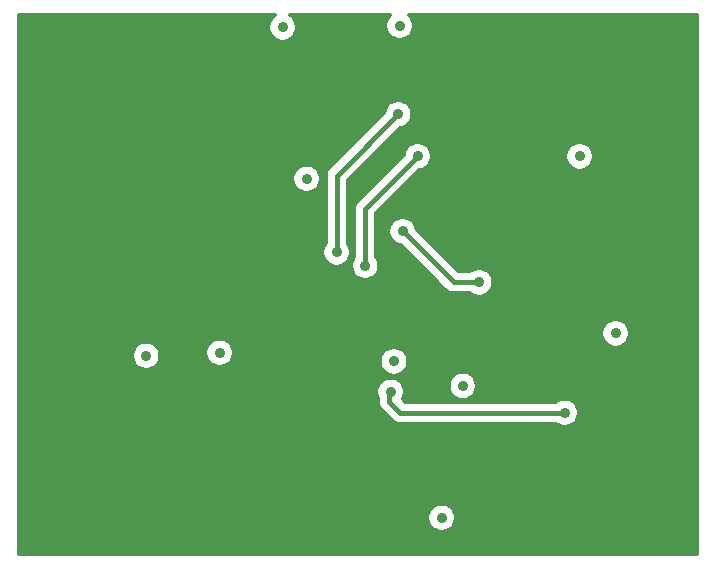
<source format=gbr>
G04 #@! TF.GenerationSoftware,KiCad,Pcbnew,(5.1.2)-2*
G04 #@! TF.CreationDate,2019-08-20T18:16:31+03:00*
G04 #@! TF.ProjectId,atmega328,61746d65-6761-4333-9238-2e6b69636164,rev?*
G04 #@! TF.SameCoordinates,Original*
G04 #@! TF.FileFunction,Copper,L4,Bot*
G04 #@! TF.FilePolarity,Positive*
%FSLAX46Y46*%
G04 Gerber Fmt 4.6, Leading zero omitted, Abs format (unit mm)*
G04 Created by KiCad (PCBNEW (5.1.2)-2) date 2019-08-20 18:16:31*
%MOMM*%
%LPD*%
G04 APERTURE LIST*
%ADD10C,0.900000*%
%ADD11C,0.381000*%
%ADD12C,0.300000*%
G04 APERTURE END LIST*
D10*
X126238000Y-48006000D03*
X138785499Y-48920501D03*
X148336000Y-47879000D03*
X163793994Y-65568006D03*
X162179000Y-84201000D03*
X127254000Y-69850000D03*
X132588000Y-70612000D03*
X149727000Y-59430000D03*
X148399500Y-69278500D03*
X155321000Y-66421000D03*
X148844000Y-62103000D03*
X138684000Y-44831000D03*
X148590000Y-44704000D03*
X163830000Y-55753000D03*
X166878000Y-70739000D03*
X152146000Y-86360000D03*
X133350000Y-72390000D03*
X127125970Y-72645030D03*
X140716000Y-57658000D03*
X153930000Y-75190000D03*
X148114000Y-73120000D03*
X162560000Y-77470000D03*
X147828000Y-75692000D03*
X145669000Y-65024000D03*
X150114000Y-55753000D03*
X143256000Y-63881000D03*
X148463000Y-52197000D03*
D11*
X153162000Y-66421000D02*
X155321000Y-66421000D01*
X148844000Y-62103000D02*
X153162000Y-66421000D01*
X149661355Y-77470000D02*
X162560000Y-77470000D01*
X148659315Y-77470000D02*
X149661355Y-77470000D01*
X147701000Y-76511685D02*
X148659315Y-77470000D01*
X147701000Y-75819000D02*
X147701000Y-76384685D01*
X145669000Y-65024000D02*
X145669000Y-60198000D01*
X145669000Y-60198000D02*
X150114000Y-55753000D01*
X143256000Y-63881000D02*
X143256000Y-57404000D01*
X143256000Y-57404000D02*
X148463000Y-52197000D01*
D12*
G36*
X137919045Y-43898899D02*
G01*
X137751899Y-44066045D01*
X137620574Y-44262587D01*
X137530116Y-44480973D01*
X137484000Y-44712810D01*
X137484000Y-44949190D01*
X137530116Y-45181027D01*
X137620574Y-45399413D01*
X137751899Y-45595955D01*
X137919045Y-45763101D01*
X138115587Y-45894426D01*
X138333973Y-45984884D01*
X138565810Y-46031000D01*
X138802190Y-46031000D01*
X139034027Y-45984884D01*
X139252413Y-45894426D01*
X139448955Y-45763101D01*
X139616101Y-45595955D01*
X139747426Y-45399413D01*
X139837884Y-45181027D01*
X139884000Y-44949190D01*
X139884000Y-44712810D01*
X139837884Y-44480973D01*
X139747426Y-44262587D01*
X139616101Y-44066045D01*
X139448955Y-43898899D01*
X139342847Y-43828000D01*
X147768944Y-43828000D01*
X147657899Y-43939045D01*
X147526574Y-44135587D01*
X147436116Y-44353973D01*
X147390000Y-44585810D01*
X147390000Y-44822190D01*
X147436116Y-45054027D01*
X147526574Y-45272413D01*
X147657899Y-45468955D01*
X147825045Y-45636101D01*
X148021587Y-45767426D01*
X148239973Y-45857884D01*
X148471810Y-45904000D01*
X148708190Y-45904000D01*
X148940027Y-45857884D01*
X149158413Y-45767426D01*
X149354955Y-45636101D01*
X149522101Y-45468955D01*
X149653426Y-45272413D01*
X149743884Y-45054027D01*
X149790000Y-44822190D01*
X149790000Y-44585810D01*
X149743884Y-44353973D01*
X149653426Y-44135587D01*
X149522101Y-43939045D01*
X149411056Y-43828000D01*
X173723000Y-43828000D01*
X173723001Y-89395000D01*
X116345000Y-89395000D01*
X116345000Y-86241810D01*
X150946000Y-86241810D01*
X150946000Y-86478190D01*
X150992116Y-86710027D01*
X151082574Y-86928413D01*
X151213899Y-87124955D01*
X151381045Y-87292101D01*
X151577587Y-87423426D01*
X151795973Y-87513884D01*
X152027810Y-87560000D01*
X152264190Y-87560000D01*
X152496027Y-87513884D01*
X152714413Y-87423426D01*
X152910955Y-87292101D01*
X153078101Y-87124955D01*
X153209426Y-86928413D01*
X153299884Y-86710027D01*
X153346000Y-86478190D01*
X153346000Y-86241810D01*
X153299884Y-86009973D01*
X153209426Y-85791587D01*
X153078101Y-85595045D01*
X152910955Y-85427899D01*
X152714413Y-85296574D01*
X152496027Y-85206116D01*
X152264190Y-85160000D01*
X152027810Y-85160000D01*
X151795973Y-85206116D01*
X151577587Y-85296574D01*
X151381045Y-85427899D01*
X151213899Y-85595045D01*
X151082574Y-85791587D01*
X150992116Y-86009973D01*
X150946000Y-86241810D01*
X116345000Y-86241810D01*
X116345000Y-75573810D01*
X146628000Y-75573810D01*
X146628000Y-75810190D01*
X146674116Y-76042027D01*
X146760500Y-76250577D01*
X146760500Y-76430882D01*
X146762205Y-76448189D01*
X146755951Y-76511685D01*
X146774109Y-76696054D01*
X146827888Y-76873339D01*
X146915220Y-77036726D01*
X147003300Y-77144052D01*
X147961617Y-78102370D01*
X147991064Y-78138251D01*
X148026944Y-78167697D01*
X148026947Y-78167700D01*
X148108898Y-78234955D01*
X148134273Y-78255780D01*
X148297660Y-78343112D01*
X148474945Y-78396891D01*
X148613118Y-78410500D01*
X148613125Y-78410500D01*
X148659314Y-78415049D01*
X148705503Y-78410500D01*
X161807615Y-78410500D01*
X161991587Y-78533426D01*
X162209973Y-78623884D01*
X162441810Y-78670000D01*
X162678190Y-78670000D01*
X162910027Y-78623884D01*
X163128413Y-78533426D01*
X163324955Y-78402101D01*
X163492101Y-78234955D01*
X163623426Y-78038413D01*
X163713884Y-77820027D01*
X163760000Y-77588190D01*
X163760000Y-77351810D01*
X163713884Y-77119973D01*
X163623426Y-76901587D01*
X163492101Y-76705045D01*
X163324955Y-76537899D01*
X163128413Y-76406574D01*
X162910027Y-76316116D01*
X162678190Y-76270000D01*
X162441810Y-76270000D01*
X162209973Y-76316116D01*
X161991587Y-76406574D01*
X161807615Y-76529500D01*
X149048883Y-76529500D01*
X148846713Y-76327331D01*
X148891426Y-76260413D01*
X148981884Y-76042027D01*
X149028000Y-75810190D01*
X149028000Y-75573810D01*
X148981884Y-75341973D01*
X148891426Y-75123587D01*
X148856830Y-75071810D01*
X152730000Y-75071810D01*
X152730000Y-75308190D01*
X152776116Y-75540027D01*
X152866574Y-75758413D01*
X152997899Y-75954955D01*
X153165045Y-76122101D01*
X153361587Y-76253426D01*
X153579973Y-76343884D01*
X153811810Y-76390000D01*
X154048190Y-76390000D01*
X154280027Y-76343884D01*
X154498413Y-76253426D01*
X154694955Y-76122101D01*
X154862101Y-75954955D01*
X154993426Y-75758413D01*
X155083884Y-75540027D01*
X155130000Y-75308190D01*
X155130000Y-75071810D01*
X155083884Y-74839973D01*
X154993426Y-74621587D01*
X154862101Y-74425045D01*
X154694955Y-74257899D01*
X154498413Y-74126574D01*
X154280027Y-74036116D01*
X154048190Y-73990000D01*
X153811810Y-73990000D01*
X153579973Y-74036116D01*
X153361587Y-74126574D01*
X153165045Y-74257899D01*
X152997899Y-74425045D01*
X152866574Y-74621587D01*
X152776116Y-74839973D01*
X152730000Y-75071810D01*
X148856830Y-75071810D01*
X148760101Y-74927045D01*
X148592955Y-74759899D01*
X148396413Y-74628574D01*
X148178027Y-74538116D01*
X147946190Y-74492000D01*
X147709810Y-74492000D01*
X147477973Y-74538116D01*
X147259587Y-74628574D01*
X147063045Y-74759899D01*
X146895899Y-74927045D01*
X146764574Y-75123587D01*
X146674116Y-75341973D01*
X146628000Y-75573810D01*
X116345000Y-75573810D01*
X116345000Y-72526840D01*
X125925970Y-72526840D01*
X125925970Y-72763220D01*
X125972086Y-72995057D01*
X126062544Y-73213443D01*
X126193869Y-73409985D01*
X126361015Y-73577131D01*
X126557557Y-73708456D01*
X126775943Y-73798914D01*
X127007780Y-73845030D01*
X127244160Y-73845030D01*
X127475997Y-73798914D01*
X127694383Y-73708456D01*
X127890925Y-73577131D01*
X128058071Y-73409985D01*
X128189396Y-73213443D01*
X128279854Y-72995057D01*
X128325970Y-72763220D01*
X128325970Y-72526840D01*
X128279854Y-72295003D01*
X128270248Y-72271810D01*
X132150000Y-72271810D01*
X132150000Y-72508190D01*
X132196116Y-72740027D01*
X132286574Y-72958413D01*
X132417899Y-73154955D01*
X132585045Y-73322101D01*
X132781587Y-73453426D01*
X132999973Y-73543884D01*
X133231810Y-73590000D01*
X133468190Y-73590000D01*
X133700027Y-73543884D01*
X133918413Y-73453426D01*
X134114955Y-73322101D01*
X134282101Y-73154955D01*
X134384429Y-73001810D01*
X146914000Y-73001810D01*
X146914000Y-73238190D01*
X146960116Y-73470027D01*
X147050574Y-73688413D01*
X147181899Y-73884955D01*
X147349045Y-74052101D01*
X147545587Y-74183426D01*
X147763973Y-74273884D01*
X147995810Y-74320000D01*
X148232190Y-74320000D01*
X148464027Y-74273884D01*
X148682413Y-74183426D01*
X148878955Y-74052101D01*
X149046101Y-73884955D01*
X149177426Y-73688413D01*
X149267884Y-73470027D01*
X149314000Y-73238190D01*
X149314000Y-73001810D01*
X149267884Y-72769973D01*
X149177426Y-72551587D01*
X149046101Y-72355045D01*
X148878955Y-72187899D01*
X148682413Y-72056574D01*
X148464027Y-71966116D01*
X148232190Y-71920000D01*
X147995810Y-71920000D01*
X147763973Y-71966116D01*
X147545587Y-72056574D01*
X147349045Y-72187899D01*
X147181899Y-72355045D01*
X147050574Y-72551587D01*
X146960116Y-72769973D01*
X146914000Y-73001810D01*
X134384429Y-73001810D01*
X134413426Y-72958413D01*
X134503884Y-72740027D01*
X134550000Y-72508190D01*
X134550000Y-72271810D01*
X134503884Y-72039973D01*
X134413426Y-71821587D01*
X134282101Y-71625045D01*
X134114955Y-71457899D01*
X133918413Y-71326574D01*
X133700027Y-71236116D01*
X133468190Y-71190000D01*
X133231810Y-71190000D01*
X132999973Y-71236116D01*
X132781587Y-71326574D01*
X132585045Y-71457899D01*
X132417899Y-71625045D01*
X132286574Y-71821587D01*
X132196116Y-72039973D01*
X132150000Y-72271810D01*
X128270248Y-72271810D01*
X128189396Y-72076617D01*
X128058071Y-71880075D01*
X127890925Y-71712929D01*
X127694383Y-71581604D01*
X127475997Y-71491146D01*
X127244160Y-71445030D01*
X127007780Y-71445030D01*
X126775943Y-71491146D01*
X126557557Y-71581604D01*
X126361015Y-71712929D01*
X126193869Y-71880075D01*
X126062544Y-72076617D01*
X125972086Y-72295003D01*
X125925970Y-72526840D01*
X116345000Y-72526840D01*
X116345000Y-70620810D01*
X165678000Y-70620810D01*
X165678000Y-70857190D01*
X165724116Y-71089027D01*
X165814574Y-71307413D01*
X165945899Y-71503955D01*
X166113045Y-71671101D01*
X166309587Y-71802426D01*
X166527973Y-71892884D01*
X166759810Y-71939000D01*
X166996190Y-71939000D01*
X167228027Y-71892884D01*
X167446413Y-71802426D01*
X167642955Y-71671101D01*
X167810101Y-71503955D01*
X167941426Y-71307413D01*
X168031884Y-71089027D01*
X168078000Y-70857190D01*
X168078000Y-70620810D01*
X168031884Y-70388973D01*
X167941426Y-70170587D01*
X167810101Y-69974045D01*
X167642955Y-69806899D01*
X167446413Y-69675574D01*
X167228027Y-69585116D01*
X166996190Y-69539000D01*
X166759810Y-69539000D01*
X166527973Y-69585116D01*
X166309587Y-69675574D01*
X166113045Y-69806899D01*
X165945899Y-69974045D01*
X165814574Y-70170587D01*
X165724116Y-70388973D01*
X165678000Y-70620810D01*
X116345000Y-70620810D01*
X116345000Y-63762810D01*
X142056000Y-63762810D01*
X142056000Y-63999190D01*
X142102116Y-64231027D01*
X142192574Y-64449413D01*
X142323899Y-64645955D01*
X142491045Y-64813101D01*
X142687587Y-64944426D01*
X142905973Y-65034884D01*
X143137810Y-65081000D01*
X143374190Y-65081000D01*
X143606027Y-65034884D01*
X143824413Y-64944426D01*
X143882206Y-64905810D01*
X144469000Y-64905810D01*
X144469000Y-65142190D01*
X144515116Y-65374027D01*
X144605574Y-65592413D01*
X144736899Y-65788955D01*
X144904045Y-65956101D01*
X145100587Y-66087426D01*
X145318973Y-66177884D01*
X145550810Y-66224000D01*
X145787190Y-66224000D01*
X146019027Y-66177884D01*
X146237413Y-66087426D01*
X146433955Y-65956101D01*
X146601101Y-65788955D01*
X146732426Y-65592413D01*
X146822884Y-65374027D01*
X146869000Y-65142190D01*
X146869000Y-64905810D01*
X146822884Y-64673973D01*
X146732426Y-64455587D01*
X146609500Y-64271615D01*
X146609500Y-61984810D01*
X147644000Y-61984810D01*
X147644000Y-62221190D01*
X147690116Y-62453027D01*
X147780574Y-62671413D01*
X147911899Y-62867955D01*
X148079045Y-63035101D01*
X148275587Y-63166426D01*
X148493973Y-63256884D01*
X148710984Y-63300051D01*
X152464303Y-67053371D01*
X152493749Y-67089251D01*
X152529629Y-67118697D01*
X152529632Y-67118700D01*
X152611583Y-67185955D01*
X152636958Y-67206780D01*
X152800345Y-67294112D01*
X152977630Y-67347891D01*
X153115803Y-67361500D01*
X153115810Y-67361500D01*
X153161999Y-67366049D01*
X153208188Y-67361500D01*
X154568615Y-67361500D01*
X154752587Y-67484426D01*
X154970973Y-67574884D01*
X155202810Y-67621000D01*
X155439190Y-67621000D01*
X155671027Y-67574884D01*
X155889413Y-67484426D01*
X156085955Y-67353101D01*
X156253101Y-67185955D01*
X156384426Y-66989413D01*
X156474884Y-66771027D01*
X156521000Y-66539190D01*
X156521000Y-66302810D01*
X156474884Y-66070973D01*
X156384426Y-65852587D01*
X156253101Y-65656045D01*
X156085955Y-65488899D01*
X155889413Y-65357574D01*
X155671027Y-65267116D01*
X155439190Y-65221000D01*
X155202810Y-65221000D01*
X154970973Y-65267116D01*
X154752587Y-65357574D01*
X154568615Y-65480500D01*
X153551568Y-65480500D01*
X150041051Y-61969984D01*
X149997884Y-61752973D01*
X149907426Y-61534587D01*
X149776101Y-61338045D01*
X149608955Y-61170899D01*
X149412413Y-61039574D01*
X149194027Y-60949116D01*
X148962190Y-60903000D01*
X148725810Y-60903000D01*
X148493973Y-60949116D01*
X148275587Y-61039574D01*
X148079045Y-61170899D01*
X147911899Y-61338045D01*
X147780574Y-61534587D01*
X147690116Y-61752973D01*
X147644000Y-61984810D01*
X146609500Y-61984810D01*
X146609500Y-60587567D01*
X150247016Y-56950051D01*
X150464027Y-56906884D01*
X150682413Y-56816426D01*
X150878955Y-56685101D01*
X151046101Y-56517955D01*
X151177426Y-56321413D01*
X151267884Y-56103027D01*
X151314000Y-55871190D01*
X151314000Y-55634810D01*
X162630000Y-55634810D01*
X162630000Y-55871190D01*
X162676116Y-56103027D01*
X162766574Y-56321413D01*
X162897899Y-56517955D01*
X163065045Y-56685101D01*
X163261587Y-56816426D01*
X163479973Y-56906884D01*
X163711810Y-56953000D01*
X163948190Y-56953000D01*
X164180027Y-56906884D01*
X164398413Y-56816426D01*
X164594955Y-56685101D01*
X164762101Y-56517955D01*
X164893426Y-56321413D01*
X164983884Y-56103027D01*
X165030000Y-55871190D01*
X165030000Y-55634810D01*
X164983884Y-55402973D01*
X164893426Y-55184587D01*
X164762101Y-54988045D01*
X164594955Y-54820899D01*
X164398413Y-54689574D01*
X164180027Y-54599116D01*
X163948190Y-54553000D01*
X163711810Y-54553000D01*
X163479973Y-54599116D01*
X163261587Y-54689574D01*
X163065045Y-54820899D01*
X162897899Y-54988045D01*
X162766574Y-55184587D01*
X162676116Y-55402973D01*
X162630000Y-55634810D01*
X151314000Y-55634810D01*
X151267884Y-55402973D01*
X151177426Y-55184587D01*
X151046101Y-54988045D01*
X150878955Y-54820899D01*
X150682413Y-54689574D01*
X150464027Y-54599116D01*
X150232190Y-54553000D01*
X149995810Y-54553000D01*
X149763973Y-54599116D01*
X149545587Y-54689574D01*
X149349045Y-54820899D01*
X149181899Y-54988045D01*
X149050574Y-55184587D01*
X148960116Y-55402973D01*
X148916949Y-55619984D01*
X145036630Y-59500303D01*
X145000750Y-59529749D01*
X144971304Y-59565629D01*
X144971300Y-59565633D01*
X144883220Y-59672959D01*
X144795888Y-59836346D01*
X144742109Y-60013631D01*
X144723951Y-60198000D01*
X144728501Y-60244199D01*
X144728500Y-64271615D01*
X144605574Y-64455587D01*
X144515116Y-64673973D01*
X144469000Y-64905810D01*
X143882206Y-64905810D01*
X144020955Y-64813101D01*
X144188101Y-64645955D01*
X144319426Y-64449413D01*
X144409884Y-64231027D01*
X144456000Y-63999190D01*
X144456000Y-63762810D01*
X144409884Y-63530973D01*
X144319426Y-63312587D01*
X144196500Y-63128615D01*
X144196500Y-57793567D01*
X148596017Y-53394051D01*
X148813027Y-53350884D01*
X149031413Y-53260426D01*
X149227955Y-53129101D01*
X149395101Y-52961955D01*
X149526426Y-52765413D01*
X149616884Y-52547027D01*
X149663000Y-52315190D01*
X149663000Y-52078810D01*
X149616884Y-51846973D01*
X149526426Y-51628587D01*
X149395101Y-51432045D01*
X149227955Y-51264899D01*
X149031413Y-51133574D01*
X148813027Y-51043116D01*
X148581190Y-50997000D01*
X148344810Y-50997000D01*
X148112973Y-51043116D01*
X147894587Y-51133574D01*
X147698045Y-51264899D01*
X147530899Y-51432045D01*
X147399574Y-51628587D01*
X147309116Y-51846973D01*
X147265949Y-52063983D01*
X142623630Y-56706303D01*
X142587750Y-56735749D01*
X142558304Y-56771629D01*
X142558300Y-56771633D01*
X142470220Y-56878959D01*
X142382888Y-57042346D01*
X142329109Y-57219631D01*
X142310951Y-57404000D01*
X142315501Y-57450199D01*
X142315500Y-63128615D01*
X142192574Y-63312587D01*
X142102116Y-63530973D01*
X142056000Y-63762810D01*
X116345000Y-63762810D01*
X116345000Y-57539810D01*
X139516000Y-57539810D01*
X139516000Y-57776190D01*
X139562116Y-58008027D01*
X139652574Y-58226413D01*
X139783899Y-58422955D01*
X139951045Y-58590101D01*
X140147587Y-58721426D01*
X140365973Y-58811884D01*
X140597810Y-58858000D01*
X140834190Y-58858000D01*
X141066027Y-58811884D01*
X141284413Y-58721426D01*
X141480955Y-58590101D01*
X141648101Y-58422955D01*
X141779426Y-58226413D01*
X141869884Y-58008027D01*
X141916000Y-57776190D01*
X141916000Y-57539810D01*
X141869884Y-57307973D01*
X141779426Y-57089587D01*
X141648101Y-56893045D01*
X141480955Y-56725899D01*
X141284413Y-56594574D01*
X141066027Y-56504116D01*
X140834190Y-56458000D01*
X140597810Y-56458000D01*
X140365973Y-56504116D01*
X140147587Y-56594574D01*
X139951045Y-56725899D01*
X139783899Y-56893045D01*
X139652574Y-57089587D01*
X139562116Y-57307973D01*
X139516000Y-57539810D01*
X116345000Y-57539810D01*
X116345000Y-43828000D01*
X138025153Y-43828000D01*
X137919045Y-43898899D01*
X137919045Y-43898899D01*
G37*
X137919045Y-43898899D02*
X137751899Y-44066045D01*
X137620574Y-44262587D01*
X137530116Y-44480973D01*
X137484000Y-44712810D01*
X137484000Y-44949190D01*
X137530116Y-45181027D01*
X137620574Y-45399413D01*
X137751899Y-45595955D01*
X137919045Y-45763101D01*
X138115587Y-45894426D01*
X138333973Y-45984884D01*
X138565810Y-46031000D01*
X138802190Y-46031000D01*
X139034027Y-45984884D01*
X139252413Y-45894426D01*
X139448955Y-45763101D01*
X139616101Y-45595955D01*
X139747426Y-45399413D01*
X139837884Y-45181027D01*
X139884000Y-44949190D01*
X139884000Y-44712810D01*
X139837884Y-44480973D01*
X139747426Y-44262587D01*
X139616101Y-44066045D01*
X139448955Y-43898899D01*
X139342847Y-43828000D01*
X147768944Y-43828000D01*
X147657899Y-43939045D01*
X147526574Y-44135587D01*
X147436116Y-44353973D01*
X147390000Y-44585810D01*
X147390000Y-44822190D01*
X147436116Y-45054027D01*
X147526574Y-45272413D01*
X147657899Y-45468955D01*
X147825045Y-45636101D01*
X148021587Y-45767426D01*
X148239973Y-45857884D01*
X148471810Y-45904000D01*
X148708190Y-45904000D01*
X148940027Y-45857884D01*
X149158413Y-45767426D01*
X149354955Y-45636101D01*
X149522101Y-45468955D01*
X149653426Y-45272413D01*
X149743884Y-45054027D01*
X149790000Y-44822190D01*
X149790000Y-44585810D01*
X149743884Y-44353973D01*
X149653426Y-44135587D01*
X149522101Y-43939045D01*
X149411056Y-43828000D01*
X173723000Y-43828000D01*
X173723001Y-89395000D01*
X116345000Y-89395000D01*
X116345000Y-86241810D01*
X150946000Y-86241810D01*
X150946000Y-86478190D01*
X150992116Y-86710027D01*
X151082574Y-86928413D01*
X151213899Y-87124955D01*
X151381045Y-87292101D01*
X151577587Y-87423426D01*
X151795973Y-87513884D01*
X152027810Y-87560000D01*
X152264190Y-87560000D01*
X152496027Y-87513884D01*
X152714413Y-87423426D01*
X152910955Y-87292101D01*
X153078101Y-87124955D01*
X153209426Y-86928413D01*
X153299884Y-86710027D01*
X153346000Y-86478190D01*
X153346000Y-86241810D01*
X153299884Y-86009973D01*
X153209426Y-85791587D01*
X153078101Y-85595045D01*
X152910955Y-85427899D01*
X152714413Y-85296574D01*
X152496027Y-85206116D01*
X152264190Y-85160000D01*
X152027810Y-85160000D01*
X151795973Y-85206116D01*
X151577587Y-85296574D01*
X151381045Y-85427899D01*
X151213899Y-85595045D01*
X151082574Y-85791587D01*
X150992116Y-86009973D01*
X150946000Y-86241810D01*
X116345000Y-86241810D01*
X116345000Y-75573810D01*
X146628000Y-75573810D01*
X146628000Y-75810190D01*
X146674116Y-76042027D01*
X146760500Y-76250577D01*
X146760500Y-76430882D01*
X146762205Y-76448189D01*
X146755951Y-76511685D01*
X146774109Y-76696054D01*
X146827888Y-76873339D01*
X146915220Y-77036726D01*
X147003300Y-77144052D01*
X147961617Y-78102370D01*
X147991064Y-78138251D01*
X148026944Y-78167697D01*
X148026947Y-78167700D01*
X148108898Y-78234955D01*
X148134273Y-78255780D01*
X148297660Y-78343112D01*
X148474945Y-78396891D01*
X148613118Y-78410500D01*
X148613125Y-78410500D01*
X148659314Y-78415049D01*
X148705503Y-78410500D01*
X161807615Y-78410500D01*
X161991587Y-78533426D01*
X162209973Y-78623884D01*
X162441810Y-78670000D01*
X162678190Y-78670000D01*
X162910027Y-78623884D01*
X163128413Y-78533426D01*
X163324955Y-78402101D01*
X163492101Y-78234955D01*
X163623426Y-78038413D01*
X163713884Y-77820027D01*
X163760000Y-77588190D01*
X163760000Y-77351810D01*
X163713884Y-77119973D01*
X163623426Y-76901587D01*
X163492101Y-76705045D01*
X163324955Y-76537899D01*
X163128413Y-76406574D01*
X162910027Y-76316116D01*
X162678190Y-76270000D01*
X162441810Y-76270000D01*
X162209973Y-76316116D01*
X161991587Y-76406574D01*
X161807615Y-76529500D01*
X149048883Y-76529500D01*
X148846713Y-76327331D01*
X148891426Y-76260413D01*
X148981884Y-76042027D01*
X149028000Y-75810190D01*
X149028000Y-75573810D01*
X148981884Y-75341973D01*
X148891426Y-75123587D01*
X148856830Y-75071810D01*
X152730000Y-75071810D01*
X152730000Y-75308190D01*
X152776116Y-75540027D01*
X152866574Y-75758413D01*
X152997899Y-75954955D01*
X153165045Y-76122101D01*
X153361587Y-76253426D01*
X153579973Y-76343884D01*
X153811810Y-76390000D01*
X154048190Y-76390000D01*
X154280027Y-76343884D01*
X154498413Y-76253426D01*
X154694955Y-76122101D01*
X154862101Y-75954955D01*
X154993426Y-75758413D01*
X155083884Y-75540027D01*
X155130000Y-75308190D01*
X155130000Y-75071810D01*
X155083884Y-74839973D01*
X154993426Y-74621587D01*
X154862101Y-74425045D01*
X154694955Y-74257899D01*
X154498413Y-74126574D01*
X154280027Y-74036116D01*
X154048190Y-73990000D01*
X153811810Y-73990000D01*
X153579973Y-74036116D01*
X153361587Y-74126574D01*
X153165045Y-74257899D01*
X152997899Y-74425045D01*
X152866574Y-74621587D01*
X152776116Y-74839973D01*
X152730000Y-75071810D01*
X148856830Y-75071810D01*
X148760101Y-74927045D01*
X148592955Y-74759899D01*
X148396413Y-74628574D01*
X148178027Y-74538116D01*
X147946190Y-74492000D01*
X147709810Y-74492000D01*
X147477973Y-74538116D01*
X147259587Y-74628574D01*
X147063045Y-74759899D01*
X146895899Y-74927045D01*
X146764574Y-75123587D01*
X146674116Y-75341973D01*
X146628000Y-75573810D01*
X116345000Y-75573810D01*
X116345000Y-72526840D01*
X125925970Y-72526840D01*
X125925970Y-72763220D01*
X125972086Y-72995057D01*
X126062544Y-73213443D01*
X126193869Y-73409985D01*
X126361015Y-73577131D01*
X126557557Y-73708456D01*
X126775943Y-73798914D01*
X127007780Y-73845030D01*
X127244160Y-73845030D01*
X127475997Y-73798914D01*
X127694383Y-73708456D01*
X127890925Y-73577131D01*
X128058071Y-73409985D01*
X128189396Y-73213443D01*
X128279854Y-72995057D01*
X128325970Y-72763220D01*
X128325970Y-72526840D01*
X128279854Y-72295003D01*
X128270248Y-72271810D01*
X132150000Y-72271810D01*
X132150000Y-72508190D01*
X132196116Y-72740027D01*
X132286574Y-72958413D01*
X132417899Y-73154955D01*
X132585045Y-73322101D01*
X132781587Y-73453426D01*
X132999973Y-73543884D01*
X133231810Y-73590000D01*
X133468190Y-73590000D01*
X133700027Y-73543884D01*
X133918413Y-73453426D01*
X134114955Y-73322101D01*
X134282101Y-73154955D01*
X134384429Y-73001810D01*
X146914000Y-73001810D01*
X146914000Y-73238190D01*
X146960116Y-73470027D01*
X147050574Y-73688413D01*
X147181899Y-73884955D01*
X147349045Y-74052101D01*
X147545587Y-74183426D01*
X147763973Y-74273884D01*
X147995810Y-74320000D01*
X148232190Y-74320000D01*
X148464027Y-74273884D01*
X148682413Y-74183426D01*
X148878955Y-74052101D01*
X149046101Y-73884955D01*
X149177426Y-73688413D01*
X149267884Y-73470027D01*
X149314000Y-73238190D01*
X149314000Y-73001810D01*
X149267884Y-72769973D01*
X149177426Y-72551587D01*
X149046101Y-72355045D01*
X148878955Y-72187899D01*
X148682413Y-72056574D01*
X148464027Y-71966116D01*
X148232190Y-71920000D01*
X147995810Y-71920000D01*
X147763973Y-71966116D01*
X147545587Y-72056574D01*
X147349045Y-72187899D01*
X147181899Y-72355045D01*
X147050574Y-72551587D01*
X146960116Y-72769973D01*
X146914000Y-73001810D01*
X134384429Y-73001810D01*
X134413426Y-72958413D01*
X134503884Y-72740027D01*
X134550000Y-72508190D01*
X134550000Y-72271810D01*
X134503884Y-72039973D01*
X134413426Y-71821587D01*
X134282101Y-71625045D01*
X134114955Y-71457899D01*
X133918413Y-71326574D01*
X133700027Y-71236116D01*
X133468190Y-71190000D01*
X133231810Y-71190000D01*
X132999973Y-71236116D01*
X132781587Y-71326574D01*
X132585045Y-71457899D01*
X132417899Y-71625045D01*
X132286574Y-71821587D01*
X132196116Y-72039973D01*
X132150000Y-72271810D01*
X128270248Y-72271810D01*
X128189396Y-72076617D01*
X128058071Y-71880075D01*
X127890925Y-71712929D01*
X127694383Y-71581604D01*
X127475997Y-71491146D01*
X127244160Y-71445030D01*
X127007780Y-71445030D01*
X126775943Y-71491146D01*
X126557557Y-71581604D01*
X126361015Y-71712929D01*
X126193869Y-71880075D01*
X126062544Y-72076617D01*
X125972086Y-72295003D01*
X125925970Y-72526840D01*
X116345000Y-72526840D01*
X116345000Y-70620810D01*
X165678000Y-70620810D01*
X165678000Y-70857190D01*
X165724116Y-71089027D01*
X165814574Y-71307413D01*
X165945899Y-71503955D01*
X166113045Y-71671101D01*
X166309587Y-71802426D01*
X166527973Y-71892884D01*
X166759810Y-71939000D01*
X166996190Y-71939000D01*
X167228027Y-71892884D01*
X167446413Y-71802426D01*
X167642955Y-71671101D01*
X167810101Y-71503955D01*
X167941426Y-71307413D01*
X168031884Y-71089027D01*
X168078000Y-70857190D01*
X168078000Y-70620810D01*
X168031884Y-70388973D01*
X167941426Y-70170587D01*
X167810101Y-69974045D01*
X167642955Y-69806899D01*
X167446413Y-69675574D01*
X167228027Y-69585116D01*
X166996190Y-69539000D01*
X166759810Y-69539000D01*
X166527973Y-69585116D01*
X166309587Y-69675574D01*
X166113045Y-69806899D01*
X165945899Y-69974045D01*
X165814574Y-70170587D01*
X165724116Y-70388973D01*
X165678000Y-70620810D01*
X116345000Y-70620810D01*
X116345000Y-63762810D01*
X142056000Y-63762810D01*
X142056000Y-63999190D01*
X142102116Y-64231027D01*
X142192574Y-64449413D01*
X142323899Y-64645955D01*
X142491045Y-64813101D01*
X142687587Y-64944426D01*
X142905973Y-65034884D01*
X143137810Y-65081000D01*
X143374190Y-65081000D01*
X143606027Y-65034884D01*
X143824413Y-64944426D01*
X143882206Y-64905810D01*
X144469000Y-64905810D01*
X144469000Y-65142190D01*
X144515116Y-65374027D01*
X144605574Y-65592413D01*
X144736899Y-65788955D01*
X144904045Y-65956101D01*
X145100587Y-66087426D01*
X145318973Y-66177884D01*
X145550810Y-66224000D01*
X145787190Y-66224000D01*
X146019027Y-66177884D01*
X146237413Y-66087426D01*
X146433955Y-65956101D01*
X146601101Y-65788955D01*
X146732426Y-65592413D01*
X146822884Y-65374027D01*
X146869000Y-65142190D01*
X146869000Y-64905810D01*
X146822884Y-64673973D01*
X146732426Y-64455587D01*
X146609500Y-64271615D01*
X146609500Y-61984810D01*
X147644000Y-61984810D01*
X147644000Y-62221190D01*
X147690116Y-62453027D01*
X147780574Y-62671413D01*
X147911899Y-62867955D01*
X148079045Y-63035101D01*
X148275587Y-63166426D01*
X148493973Y-63256884D01*
X148710984Y-63300051D01*
X152464303Y-67053371D01*
X152493749Y-67089251D01*
X152529629Y-67118697D01*
X152529632Y-67118700D01*
X152611583Y-67185955D01*
X152636958Y-67206780D01*
X152800345Y-67294112D01*
X152977630Y-67347891D01*
X153115803Y-67361500D01*
X153115810Y-67361500D01*
X153161999Y-67366049D01*
X153208188Y-67361500D01*
X154568615Y-67361500D01*
X154752587Y-67484426D01*
X154970973Y-67574884D01*
X155202810Y-67621000D01*
X155439190Y-67621000D01*
X155671027Y-67574884D01*
X155889413Y-67484426D01*
X156085955Y-67353101D01*
X156253101Y-67185955D01*
X156384426Y-66989413D01*
X156474884Y-66771027D01*
X156521000Y-66539190D01*
X156521000Y-66302810D01*
X156474884Y-66070973D01*
X156384426Y-65852587D01*
X156253101Y-65656045D01*
X156085955Y-65488899D01*
X155889413Y-65357574D01*
X155671027Y-65267116D01*
X155439190Y-65221000D01*
X155202810Y-65221000D01*
X154970973Y-65267116D01*
X154752587Y-65357574D01*
X154568615Y-65480500D01*
X153551568Y-65480500D01*
X150041051Y-61969984D01*
X149997884Y-61752973D01*
X149907426Y-61534587D01*
X149776101Y-61338045D01*
X149608955Y-61170899D01*
X149412413Y-61039574D01*
X149194027Y-60949116D01*
X148962190Y-60903000D01*
X148725810Y-60903000D01*
X148493973Y-60949116D01*
X148275587Y-61039574D01*
X148079045Y-61170899D01*
X147911899Y-61338045D01*
X147780574Y-61534587D01*
X147690116Y-61752973D01*
X147644000Y-61984810D01*
X146609500Y-61984810D01*
X146609500Y-60587567D01*
X150247016Y-56950051D01*
X150464027Y-56906884D01*
X150682413Y-56816426D01*
X150878955Y-56685101D01*
X151046101Y-56517955D01*
X151177426Y-56321413D01*
X151267884Y-56103027D01*
X151314000Y-55871190D01*
X151314000Y-55634810D01*
X162630000Y-55634810D01*
X162630000Y-55871190D01*
X162676116Y-56103027D01*
X162766574Y-56321413D01*
X162897899Y-56517955D01*
X163065045Y-56685101D01*
X163261587Y-56816426D01*
X163479973Y-56906884D01*
X163711810Y-56953000D01*
X163948190Y-56953000D01*
X164180027Y-56906884D01*
X164398413Y-56816426D01*
X164594955Y-56685101D01*
X164762101Y-56517955D01*
X164893426Y-56321413D01*
X164983884Y-56103027D01*
X165030000Y-55871190D01*
X165030000Y-55634810D01*
X164983884Y-55402973D01*
X164893426Y-55184587D01*
X164762101Y-54988045D01*
X164594955Y-54820899D01*
X164398413Y-54689574D01*
X164180027Y-54599116D01*
X163948190Y-54553000D01*
X163711810Y-54553000D01*
X163479973Y-54599116D01*
X163261587Y-54689574D01*
X163065045Y-54820899D01*
X162897899Y-54988045D01*
X162766574Y-55184587D01*
X162676116Y-55402973D01*
X162630000Y-55634810D01*
X151314000Y-55634810D01*
X151267884Y-55402973D01*
X151177426Y-55184587D01*
X151046101Y-54988045D01*
X150878955Y-54820899D01*
X150682413Y-54689574D01*
X150464027Y-54599116D01*
X150232190Y-54553000D01*
X149995810Y-54553000D01*
X149763973Y-54599116D01*
X149545587Y-54689574D01*
X149349045Y-54820899D01*
X149181899Y-54988045D01*
X149050574Y-55184587D01*
X148960116Y-55402973D01*
X148916949Y-55619984D01*
X145036630Y-59500303D01*
X145000750Y-59529749D01*
X144971304Y-59565629D01*
X144971300Y-59565633D01*
X144883220Y-59672959D01*
X144795888Y-59836346D01*
X144742109Y-60013631D01*
X144723951Y-60198000D01*
X144728501Y-60244199D01*
X144728500Y-64271615D01*
X144605574Y-64455587D01*
X144515116Y-64673973D01*
X144469000Y-64905810D01*
X143882206Y-64905810D01*
X144020955Y-64813101D01*
X144188101Y-64645955D01*
X144319426Y-64449413D01*
X144409884Y-64231027D01*
X144456000Y-63999190D01*
X144456000Y-63762810D01*
X144409884Y-63530973D01*
X144319426Y-63312587D01*
X144196500Y-63128615D01*
X144196500Y-57793567D01*
X148596017Y-53394051D01*
X148813027Y-53350884D01*
X149031413Y-53260426D01*
X149227955Y-53129101D01*
X149395101Y-52961955D01*
X149526426Y-52765413D01*
X149616884Y-52547027D01*
X149663000Y-52315190D01*
X149663000Y-52078810D01*
X149616884Y-51846973D01*
X149526426Y-51628587D01*
X149395101Y-51432045D01*
X149227955Y-51264899D01*
X149031413Y-51133574D01*
X148813027Y-51043116D01*
X148581190Y-50997000D01*
X148344810Y-50997000D01*
X148112973Y-51043116D01*
X147894587Y-51133574D01*
X147698045Y-51264899D01*
X147530899Y-51432045D01*
X147399574Y-51628587D01*
X147309116Y-51846973D01*
X147265949Y-52063983D01*
X142623630Y-56706303D01*
X142587750Y-56735749D01*
X142558304Y-56771629D01*
X142558300Y-56771633D01*
X142470220Y-56878959D01*
X142382888Y-57042346D01*
X142329109Y-57219631D01*
X142310951Y-57404000D01*
X142315501Y-57450199D01*
X142315500Y-63128615D01*
X142192574Y-63312587D01*
X142102116Y-63530973D01*
X142056000Y-63762810D01*
X116345000Y-63762810D01*
X116345000Y-57539810D01*
X139516000Y-57539810D01*
X139516000Y-57776190D01*
X139562116Y-58008027D01*
X139652574Y-58226413D01*
X139783899Y-58422955D01*
X139951045Y-58590101D01*
X140147587Y-58721426D01*
X140365973Y-58811884D01*
X140597810Y-58858000D01*
X140834190Y-58858000D01*
X141066027Y-58811884D01*
X141284413Y-58721426D01*
X141480955Y-58590101D01*
X141648101Y-58422955D01*
X141779426Y-58226413D01*
X141869884Y-58008027D01*
X141916000Y-57776190D01*
X141916000Y-57539810D01*
X141869884Y-57307973D01*
X141779426Y-57089587D01*
X141648101Y-56893045D01*
X141480955Y-56725899D01*
X141284413Y-56594574D01*
X141066027Y-56504116D01*
X140834190Y-56458000D01*
X140597810Y-56458000D01*
X140365973Y-56504116D01*
X140147587Y-56594574D01*
X139951045Y-56725899D01*
X139783899Y-56893045D01*
X139652574Y-57089587D01*
X139562116Y-57307973D01*
X139516000Y-57539810D01*
X116345000Y-57539810D01*
X116345000Y-43828000D01*
X138025153Y-43828000D01*
X137919045Y-43898899D01*
M02*

</source>
